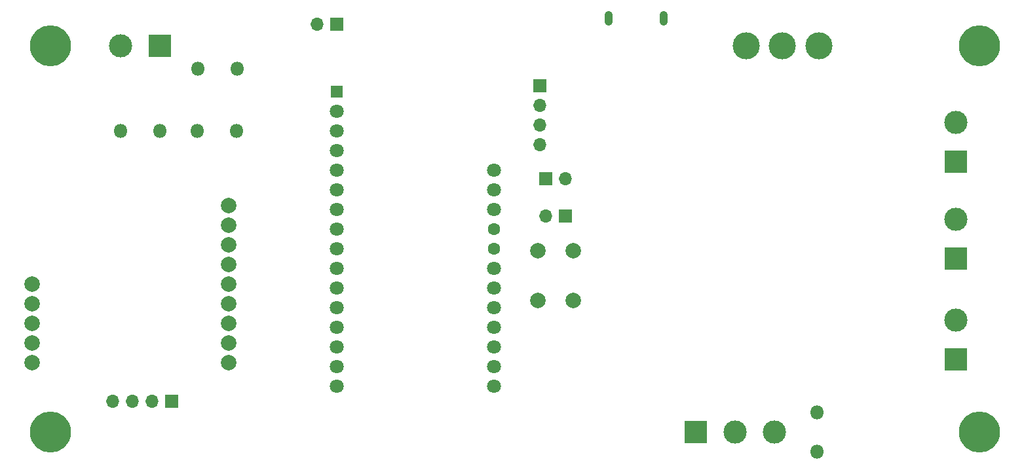
<source format=gbr>
%TF.GenerationSoftware,KiCad,Pcbnew,7.0.8*%
%TF.CreationDate,2024-03-31T13:52:50+01:00*%
%TF.ProjectId,cryoskills_sensor_kit,6372796f-736b-4696-9c6c-735f73656e73,rev?*%
%TF.SameCoordinates,Original*%
%TF.FileFunction,Soldermask,Bot*%
%TF.FilePolarity,Negative*%
%FSLAX46Y46*%
G04 Gerber Fmt 4.6, Leading zero omitted, Abs format (unit mm)*
G04 Created by KiCad (PCBNEW 7.0.8) date 2024-03-31 13:52:50*
%MOMM*%
%LPD*%
G01*
G04 APERTURE LIST*
%ADD10C,3.000000*%
%ADD11R,3.000000X3.000000*%
%ADD12O,1.700000X1.700000*%
%ADD13R,1.700000X1.700000*%
%ADD14C,2.000000*%
%ADD15C,5.300000*%
%ADD16O,1.800000X1.800000*%
%ADD17C,3.500000*%
%ADD18O,1.050000X1.900000*%
%ADD19C,1.800000*%
%ADD20C,1.600000*%
%ADD21R,1.600000X1.600000*%
G04 APERTURE END LIST*
D10*
%TO.C,J11*%
X127039998Y-107000000D03*
X121959998Y-107000000D03*
D11*
X116879998Y-107000000D03*
%TD*%
D12*
%TO.C,J12*%
X96700000Y-69820000D03*
X96700000Y-67280000D03*
X96700000Y-64740000D03*
D13*
X96700000Y-62200000D03*
%TD*%
D14*
%TO.C,SW2*%
X101000000Y-83500000D03*
X101000000Y-90000000D03*
X96500000Y-83500000D03*
X96500000Y-90000000D03*
%TD*%
D10*
%TO.C,J1*%
X150500000Y-66920000D03*
D11*
X150500000Y-72000000D03*
%TD*%
D15*
%TO.C,H1*%
X153500000Y-57000000D03*
%TD*%
D16*
%TO.C,R24*%
X52500000Y-60000000D03*
X57580000Y-60000000D03*
%TD*%
D15*
%TO.C,H2*%
X153500000Y-107000000D03*
%TD*%
%TO.C,H3*%
X33500000Y-57000000D03*
%TD*%
D16*
%TO.C,R27*%
X132500000Y-104460000D03*
X132500000Y-109540000D03*
%TD*%
D12*
%TO.C,J5*%
X97500000Y-79000000D03*
D13*
X100040000Y-79000000D03*
%TD*%
D16*
%TO.C,R26*%
X42500000Y-68000000D03*
X47580000Y-68000000D03*
%TD*%
D12*
%TO.C,J4*%
X67960000Y-54250000D03*
D13*
X70500000Y-54250000D03*
%TD*%
D10*
%TO.C,J2*%
X150500000Y-79460000D03*
D11*
X150500000Y-84540000D03*
%TD*%
D12*
%TO.C,J8*%
X41500000Y-103000000D03*
X44040000Y-103000000D03*
X46580000Y-103000000D03*
D13*
X49120000Y-103000000D03*
%TD*%
D17*
%TO.C,SW1*%
X123380000Y-57000000D03*
X128080000Y-57000000D03*
X132780000Y-57000000D03*
%TD*%
D16*
%TO.C,R25*%
X52420000Y-68000000D03*
X57500000Y-68000000D03*
%TD*%
D14*
%TO.C,U1*%
X31100000Y-98000000D03*
X31100000Y-95460000D03*
X31100000Y-92920000D03*
X31100000Y-90380000D03*
X31100000Y-87840000D03*
X56500000Y-77680000D03*
X56500000Y-80220000D03*
X56500000Y-82760000D03*
X56500000Y-85300000D03*
X56500000Y-87840000D03*
X56500000Y-90380000D03*
X56500000Y-92920000D03*
X56500000Y-95460000D03*
X56500000Y-98000000D03*
%TD*%
D18*
%TO.C,J13*%
X105582220Y-53500000D03*
X112732220Y-53500000D03*
%TD*%
D12*
%TO.C,J6*%
X100040000Y-74250000D03*
D13*
X97500000Y-74250000D03*
%TD*%
D15*
%TO.C,H4*%
X33500000Y-107000000D03*
%TD*%
D10*
%TO.C,J3*%
X150500000Y-92460000D03*
D11*
X150500000Y-97540000D03*
%TD*%
D19*
%TO.C,A1*%
X90820000Y-73110000D03*
X90820000Y-75650000D03*
X90820000Y-78190000D03*
D20*
X90820000Y-80730000D03*
X90820000Y-83270000D03*
D19*
X90820000Y-85810000D03*
X90820000Y-88350000D03*
X90820000Y-90890000D03*
X90820000Y-93430000D03*
X90820000Y-95970000D03*
X90820000Y-98510000D03*
X90820000Y-101050000D03*
X70500000Y-101050000D03*
X70500000Y-98510000D03*
X70500000Y-95970000D03*
X70500000Y-93430000D03*
X70500000Y-90890000D03*
X70500000Y-88350000D03*
X70500000Y-85810000D03*
X70500000Y-83270000D03*
X70500000Y-80730000D03*
X70500000Y-78190000D03*
X70500000Y-75650000D03*
X70500000Y-73110000D03*
X70500000Y-70570000D03*
X70500000Y-68030000D03*
X70500000Y-65490000D03*
D21*
X70500000Y-62950000D03*
%TD*%
D10*
%TO.C,J7*%
X42500000Y-57000000D03*
D11*
X47580000Y-57000000D03*
%TD*%
M02*

</source>
